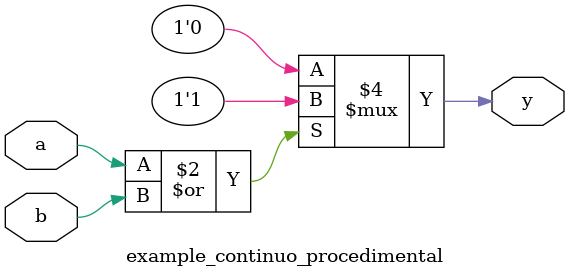
<source format=v>
module example_continuo_procedimental(input wire a, input wire b, output reg y);
    // Asignación continua
   // assign y = a & b;

    // Asignación procedimental
    always @(*) begin
        if (a | b)
            y <= 1'b1;
        else
            y <= 1'b0;
    end
endmodule


</source>
